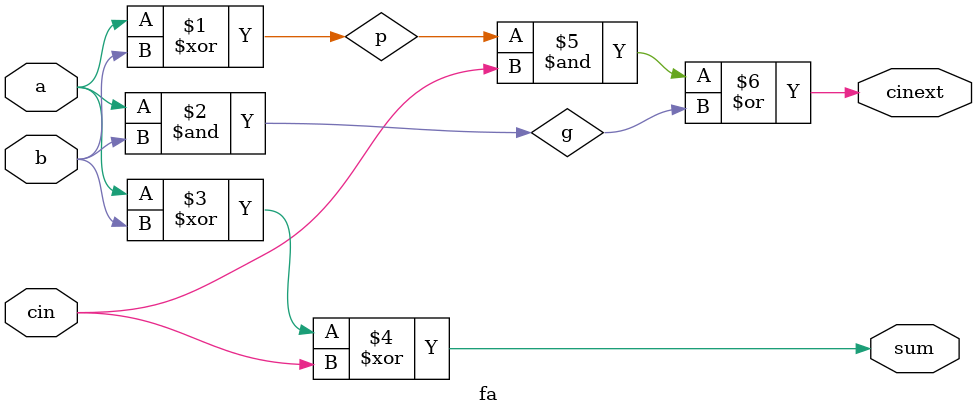
<source format=v>
module clad (input [7:0] a, input [7:0] b, input cin,
             output [7:0] sum, output cout);
  
  reg [7:0]cinext;
  
   generate 
        genvar i;
     for (i=0; i<8; i=i+1) begin: cladd
        if(i==0) begin
          fa inst(a[i], b[i], cin, cinext[i],sum[i]);
	    end
        else begin
          fa insta(a[i], b[i], cinext[i-1],cinext[i],sum[i]); 
	    end
        end
     assign cout=cinext[7];
    endgenerate
endmodule


module fa(input a, input b, input cin,
          output cinext, output sum);
  
  reg p,g;
  
  assign p = a ^ b;
  assign g = a & b;
  
  assign sum = a ^ b ^ cin;
  assign cinext = (p&cin)|g;
  
endmodule
</source>
